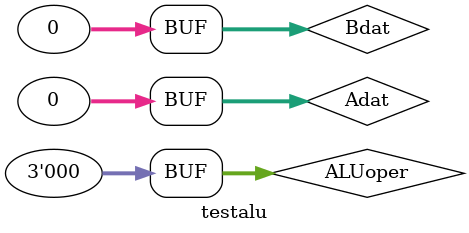
<source format=v>
`timescale 1ns / 1ps


module testalu;

	// Inputs
	reg [31:0] Adat;
	reg [31:0] Bdat;
	reg [2:0] ALUoper;

	// Outputs
	wire [31:0] Result;
	wire zero;
	wire carryout;
	wire overflow;

	// Instantiate the Unit Under Test (UUT)
	ALU uut (
		.Adat(Adat), 
		.Bdat(Bdat), 
		.ALUoper(ALUoper), 
		.Result(Result), 
		.zero(zero), 
		.carryout(carryout), 
		.overflow(overflow)
	);

	initial begin
		// Initialize Inputs
		Adat = 0;
		Bdat = 0;
		ALUoper = 0;

		// Wait 100 ns for global reset to finish
		#100;
        
		// Add stimulus here

	end
      
endmodule


</source>
